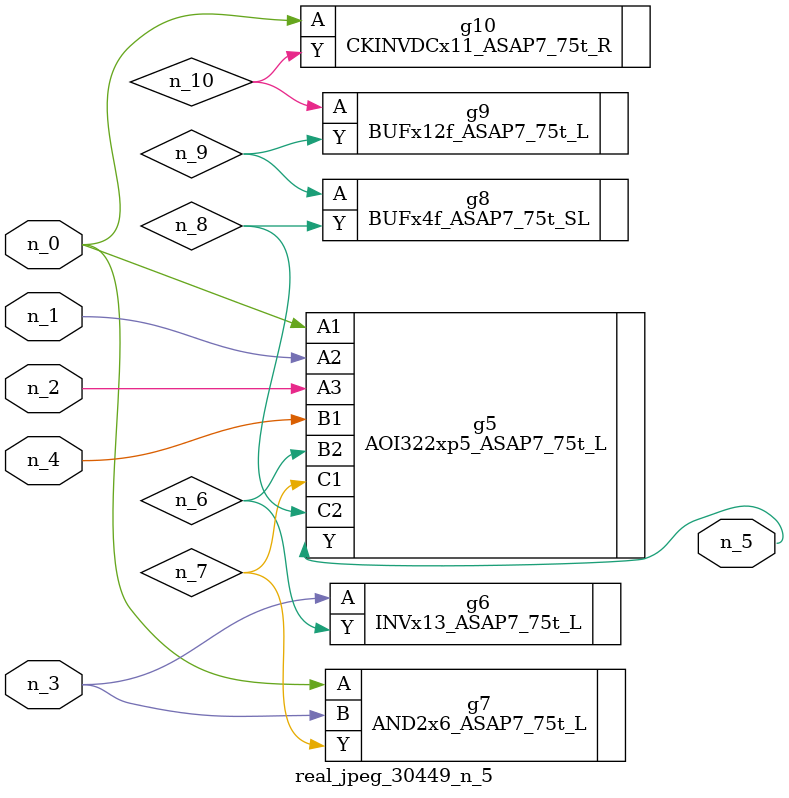
<source format=v>
module real_jpeg_30449_n_5 (n_4, n_0, n_1, n_2, n_3, n_5);

input n_4;
input n_0;
input n_1;
input n_2;
input n_3;

output n_5;

wire n_8;
wire n_6;
wire n_7;
wire n_10;
wire n_9;

AOI322xp5_ASAP7_75t_L g5 ( 
.A1(n_0),
.A2(n_1),
.A3(n_2),
.B1(n_4),
.B2(n_6),
.C1(n_7),
.C2(n_8),
.Y(n_5)
);

AND2x6_ASAP7_75t_L g7 ( 
.A(n_0),
.B(n_3),
.Y(n_7)
);

CKINVDCx11_ASAP7_75t_R g10 ( 
.A(n_0),
.Y(n_10)
);

INVx13_ASAP7_75t_L g6 ( 
.A(n_3),
.Y(n_6)
);

BUFx4f_ASAP7_75t_SL g8 ( 
.A(n_9),
.Y(n_8)
);

BUFx12f_ASAP7_75t_L g9 ( 
.A(n_10),
.Y(n_9)
);


endmodule
</source>
